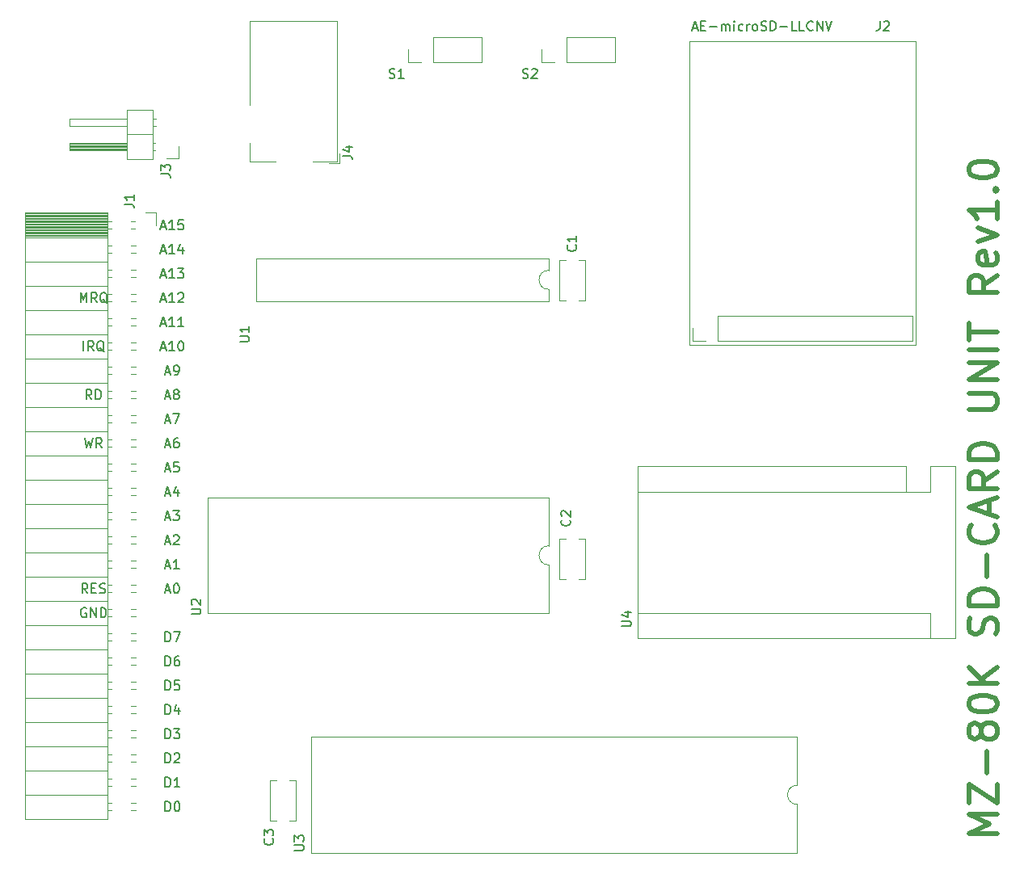
<source format=gto>
G04 #@! TF.GenerationSoftware,KiCad,Pcbnew,(5.1.9)-1*
G04 #@! TF.CreationDate,2021-11-30T05:33:16+09:00*
G04 #@! TF.ProjectId,MZ80k_SD,4d5a3830-6b5f-4534-942e-6b696361645f,rev?*
G04 #@! TF.SameCoordinates,PX53920b0PY93c3260*
G04 #@! TF.FileFunction,Legend,Top*
G04 #@! TF.FilePolarity,Positive*
%FSLAX46Y46*%
G04 Gerber Fmt 4.6, Leading zero omitted, Abs format (unit mm)*
G04 Created by KiCad (PCBNEW (5.1.9)-1) date 2021-11-30 05:33:16*
%MOMM*%
%LPD*%
G01*
G04 APERTURE LIST*
%ADD10C,0.150000*%
%ADD11C,0.500000*%
%ADD12C,0.120000*%
G04 APERTURE END LIST*
D10*
X1611428Y55157620D02*
X1849523Y54157620D01*
X2040000Y54871905D01*
X2230476Y54157620D01*
X2468571Y55157620D01*
X3420952Y54157620D02*
X3087619Y54633810D01*
X2849523Y54157620D02*
X2849523Y55157620D01*
X3230476Y55157620D01*
X3325714Y55110000D01*
X3373333Y55062381D01*
X3420952Y54967143D01*
X3420952Y54824286D01*
X3373333Y54729048D01*
X3325714Y54681429D01*
X3230476Y54633810D01*
X2849523Y54633810D01*
X2349523Y59237620D02*
X2016190Y59713810D01*
X1778095Y59237620D02*
X1778095Y60237620D01*
X2159047Y60237620D01*
X2254285Y60190000D01*
X2301904Y60142381D01*
X2349523Y60047143D01*
X2349523Y59904286D01*
X2301904Y59809048D01*
X2254285Y59761429D01*
X2159047Y59713810D01*
X1778095Y59713810D01*
X2778095Y59237620D02*
X2778095Y60237620D01*
X3016190Y60237620D01*
X3159047Y60190000D01*
X3254285Y60094762D01*
X3301904Y59999524D01*
X3349523Y59809048D01*
X3349523Y59666191D01*
X3301904Y59475715D01*
X3254285Y59380477D01*
X3159047Y59285239D01*
X3016190Y59237620D01*
X2778095Y59237620D01*
X1516190Y64317620D02*
X1516190Y65317620D01*
X2563809Y64317620D02*
X2230476Y64793810D01*
X1992380Y64317620D02*
X1992380Y65317620D01*
X2373333Y65317620D01*
X2468571Y65270000D01*
X2516190Y65222381D01*
X2563809Y65127143D01*
X2563809Y64984286D01*
X2516190Y64889048D01*
X2468571Y64841429D01*
X2373333Y64793810D01*
X1992380Y64793810D01*
X3659047Y64222381D02*
X3563809Y64270000D01*
X3468571Y64365239D01*
X3325714Y64508096D01*
X3230476Y64555715D01*
X3135238Y64555715D01*
X3182857Y64317620D02*
X3087619Y64365239D01*
X2992380Y64460477D01*
X2944761Y64650953D01*
X2944761Y64984286D01*
X2992380Y65174762D01*
X3087619Y65270000D01*
X3182857Y65317620D01*
X3373333Y65317620D01*
X3468571Y65270000D01*
X3563809Y65174762D01*
X3611428Y64984286D01*
X3611428Y64650953D01*
X3563809Y64460477D01*
X3468571Y64365239D01*
X3373333Y64317620D01*
X3182857Y64317620D01*
X1182857Y69397620D02*
X1182857Y70397620D01*
X1516190Y69683334D01*
X1849523Y70397620D01*
X1849523Y69397620D01*
X2897142Y69397620D02*
X2563809Y69873810D01*
X2325714Y69397620D02*
X2325714Y70397620D01*
X2706666Y70397620D01*
X2801904Y70350000D01*
X2849523Y70302381D01*
X2897142Y70207143D01*
X2897142Y70064286D01*
X2849523Y69969048D01*
X2801904Y69921429D01*
X2706666Y69873810D01*
X2325714Y69873810D01*
X3992380Y69302381D02*
X3897142Y69350000D01*
X3801904Y69445239D01*
X3659047Y69588096D01*
X3563809Y69635715D01*
X3468571Y69635715D01*
X3516190Y69397620D02*
X3420952Y69445239D01*
X3325714Y69540477D01*
X3278095Y69730953D01*
X3278095Y70064286D01*
X3325714Y70254762D01*
X3420952Y70350000D01*
X3516190Y70397620D01*
X3706666Y70397620D01*
X3801904Y70350000D01*
X3897142Y70254762D01*
X3944761Y70064286D01*
X3944761Y69730953D01*
X3897142Y69540477D01*
X3801904Y69445239D01*
X3706666Y69397620D01*
X3516190Y69397620D01*
X1920952Y38917620D02*
X1587619Y39393810D01*
X1349523Y38917620D02*
X1349523Y39917620D01*
X1730476Y39917620D01*
X1825714Y39870000D01*
X1873333Y39822381D01*
X1920952Y39727143D01*
X1920952Y39584286D01*
X1873333Y39489048D01*
X1825714Y39441429D01*
X1730476Y39393810D01*
X1349523Y39393810D01*
X2349523Y39441429D02*
X2682857Y39441429D01*
X2825714Y38917620D02*
X2349523Y38917620D01*
X2349523Y39917620D01*
X2825714Y39917620D01*
X3206666Y38965239D02*
X3349523Y38917620D01*
X3587619Y38917620D01*
X3682857Y38965239D01*
X3730476Y39012858D01*
X3778095Y39108096D01*
X3778095Y39203334D01*
X3730476Y39298572D01*
X3682857Y39346191D01*
X3587619Y39393810D01*
X3397142Y39441429D01*
X3301904Y39489048D01*
X3254285Y39536667D01*
X3206666Y39631905D01*
X3206666Y39727143D01*
X3254285Y39822381D01*
X3301904Y39870000D01*
X3397142Y39917620D01*
X3635238Y39917620D01*
X3778095Y39870000D01*
X1778095Y37330000D02*
X1682857Y37377620D01*
X1540000Y37377620D01*
X1397142Y37330000D01*
X1301904Y37234762D01*
X1254285Y37139524D01*
X1206666Y36949048D01*
X1206666Y36806191D01*
X1254285Y36615715D01*
X1301904Y36520477D01*
X1397142Y36425239D01*
X1540000Y36377620D01*
X1635238Y36377620D01*
X1778095Y36425239D01*
X1825714Y36472858D01*
X1825714Y36806191D01*
X1635238Y36806191D01*
X2254285Y36377620D02*
X2254285Y37377620D01*
X2825714Y36377620D01*
X2825714Y37377620D01*
X3301904Y36377620D02*
X3301904Y37377620D01*
X3540000Y37377620D01*
X3682857Y37330000D01*
X3778095Y37234762D01*
X3825714Y37139524D01*
X3873333Y36949048D01*
X3873333Y36806191D01*
X3825714Y36615715D01*
X3778095Y36520477D01*
X3682857Y36425239D01*
X3540000Y36377620D01*
X3301904Y36377620D01*
X10056904Y16057620D02*
X10056904Y17057620D01*
X10295000Y17057620D01*
X10437857Y17010000D01*
X10533095Y16914762D01*
X10580714Y16819524D01*
X10628333Y16629048D01*
X10628333Y16486191D01*
X10580714Y16295715D01*
X10533095Y16200477D01*
X10437857Y16105239D01*
X10295000Y16057620D01*
X10056904Y16057620D01*
X11247380Y17057620D02*
X11342619Y17057620D01*
X11437857Y17010000D01*
X11485476Y16962381D01*
X11533095Y16867143D01*
X11580714Y16676667D01*
X11580714Y16438572D01*
X11533095Y16248096D01*
X11485476Y16152858D01*
X11437857Y16105239D01*
X11342619Y16057620D01*
X11247380Y16057620D01*
X11152142Y16105239D01*
X11104523Y16152858D01*
X11056904Y16248096D01*
X11009285Y16438572D01*
X11009285Y16676667D01*
X11056904Y16867143D01*
X11104523Y16962381D01*
X11152142Y17010000D01*
X11247380Y17057620D01*
X10056904Y18597620D02*
X10056904Y19597620D01*
X10295000Y19597620D01*
X10437857Y19550000D01*
X10533095Y19454762D01*
X10580714Y19359524D01*
X10628333Y19169048D01*
X10628333Y19026191D01*
X10580714Y18835715D01*
X10533095Y18740477D01*
X10437857Y18645239D01*
X10295000Y18597620D01*
X10056904Y18597620D01*
X11580714Y18597620D02*
X11009285Y18597620D01*
X11295000Y18597620D02*
X11295000Y19597620D01*
X11199761Y19454762D01*
X11104523Y19359524D01*
X11009285Y19311905D01*
X10056904Y21137620D02*
X10056904Y22137620D01*
X10295000Y22137620D01*
X10437857Y22090000D01*
X10533095Y21994762D01*
X10580714Y21899524D01*
X10628333Y21709048D01*
X10628333Y21566191D01*
X10580714Y21375715D01*
X10533095Y21280477D01*
X10437857Y21185239D01*
X10295000Y21137620D01*
X10056904Y21137620D01*
X11009285Y22042381D02*
X11056904Y22090000D01*
X11152142Y22137620D01*
X11390238Y22137620D01*
X11485476Y22090000D01*
X11533095Y22042381D01*
X11580714Y21947143D01*
X11580714Y21851905D01*
X11533095Y21709048D01*
X10961666Y21137620D01*
X11580714Y21137620D01*
X10056904Y23677620D02*
X10056904Y24677620D01*
X10295000Y24677620D01*
X10437857Y24630000D01*
X10533095Y24534762D01*
X10580714Y24439524D01*
X10628333Y24249048D01*
X10628333Y24106191D01*
X10580714Y23915715D01*
X10533095Y23820477D01*
X10437857Y23725239D01*
X10295000Y23677620D01*
X10056904Y23677620D01*
X10961666Y24677620D02*
X11580714Y24677620D01*
X11247380Y24296667D01*
X11390238Y24296667D01*
X11485476Y24249048D01*
X11533095Y24201429D01*
X11580714Y24106191D01*
X11580714Y23868096D01*
X11533095Y23772858D01*
X11485476Y23725239D01*
X11390238Y23677620D01*
X11104523Y23677620D01*
X11009285Y23725239D01*
X10961666Y23772858D01*
X10056904Y26217620D02*
X10056904Y27217620D01*
X10295000Y27217620D01*
X10437857Y27170000D01*
X10533095Y27074762D01*
X10580714Y26979524D01*
X10628333Y26789048D01*
X10628333Y26646191D01*
X10580714Y26455715D01*
X10533095Y26360477D01*
X10437857Y26265239D01*
X10295000Y26217620D01*
X10056904Y26217620D01*
X11485476Y26884286D02*
X11485476Y26217620D01*
X11247380Y27265239D02*
X11009285Y26550953D01*
X11628333Y26550953D01*
X10056904Y28757620D02*
X10056904Y29757620D01*
X10295000Y29757620D01*
X10437857Y29710000D01*
X10533095Y29614762D01*
X10580714Y29519524D01*
X10628333Y29329048D01*
X10628333Y29186191D01*
X10580714Y28995715D01*
X10533095Y28900477D01*
X10437857Y28805239D01*
X10295000Y28757620D01*
X10056904Y28757620D01*
X11533095Y29757620D02*
X11056904Y29757620D01*
X11009285Y29281429D01*
X11056904Y29329048D01*
X11152142Y29376667D01*
X11390238Y29376667D01*
X11485476Y29329048D01*
X11533095Y29281429D01*
X11580714Y29186191D01*
X11580714Y28948096D01*
X11533095Y28852858D01*
X11485476Y28805239D01*
X11390238Y28757620D01*
X11152142Y28757620D01*
X11056904Y28805239D01*
X11009285Y28852858D01*
X10056904Y31297620D02*
X10056904Y32297620D01*
X10295000Y32297620D01*
X10437857Y32250000D01*
X10533095Y32154762D01*
X10580714Y32059524D01*
X10628333Y31869048D01*
X10628333Y31726191D01*
X10580714Y31535715D01*
X10533095Y31440477D01*
X10437857Y31345239D01*
X10295000Y31297620D01*
X10056904Y31297620D01*
X11485476Y32297620D02*
X11295000Y32297620D01*
X11199761Y32250000D01*
X11152142Y32202381D01*
X11056904Y32059524D01*
X11009285Y31869048D01*
X11009285Y31488096D01*
X11056904Y31392858D01*
X11104523Y31345239D01*
X11199761Y31297620D01*
X11390238Y31297620D01*
X11485476Y31345239D01*
X11533095Y31392858D01*
X11580714Y31488096D01*
X11580714Y31726191D01*
X11533095Y31821429D01*
X11485476Y31869048D01*
X11390238Y31916667D01*
X11199761Y31916667D01*
X11104523Y31869048D01*
X11056904Y31821429D01*
X11009285Y31726191D01*
X10056904Y33837620D02*
X10056904Y34837620D01*
X10295000Y34837620D01*
X10437857Y34790000D01*
X10533095Y34694762D01*
X10580714Y34599524D01*
X10628333Y34409048D01*
X10628333Y34266191D01*
X10580714Y34075715D01*
X10533095Y33980477D01*
X10437857Y33885239D01*
X10295000Y33837620D01*
X10056904Y33837620D01*
X10961666Y34837620D02*
X11628333Y34837620D01*
X11199761Y33837620D01*
X10080714Y39203334D02*
X10556904Y39203334D01*
X9985476Y38917620D02*
X10318809Y39917620D01*
X10652142Y38917620D01*
X11175952Y39917620D02*
X11271190Y39917620D01*
X11366428Y39870000D01*
X11414047Y39822381D01*
X11461666Y39727143D01*
X11509285Y39536667D01*
X11509285Y39298572D01*
X11461666Y39108096D01*
X11414047Y39012858D01*
X11366428Y38965239D01*
X11271190Y38917620D01*
X11175952Y38917620D01*
X11080714Y38965239D01*
X11033095Y39012858D01*
X10985476Y39108096D01*
X10937857Y39298572D01*
X10937857Y39536667D01*
X10985476Y39727143D01*
X11033095Y39822381D01*
X11080714Y39870000D01*
X11175952Y39917620D01*
X10080714Y41743334D02*
X10556904Y41743334D01*
X9985476Y41457620D02*
X10318809Y42457620D01*
X10652142Y41457620D01*
X11509285Y41457620D02*
X10937857Y41457620D01*
X11223571Y41457620D02*
X11223571Y42457620D01*
X11128333Y42314762D01*
X11033095Y42219524D01*
X10937857Y42171905D01*
X10080714Y44283334D02*
X10556904Y44283334D01*
X9985476Y43997620D02*
X10318809Y44997620D01*
X10652142Y43997620D01*
X10937857Y44902381D02*
X10985476Y44950000D01*
X11080714Y44997620D01*
X11318809Y44997620D01*
X11414047Y44950000D01*
X11461666Y44902381D01*
X11509285Y44807143D01*
X11509285Y44711905D01*
X11461666Y44569048D01*
X10890238Y43997620D01*
X11509285Y43997620D01*
X10080714Y46823334D02*
X10556904Y46823334D01*
X9985476Y46537620D02*
X10318809Y47537620D01*
X10652142Y46537620D01*
X10890238Y47537620D02*
X11509285Y47537620D01*
X11175952Y47156667D01*
X11318809Y47156667D01*
X11414047Y47109048D01*
X11461666Y47061429D01*
X11509285Y46966191D01*
X11509285Y46728096D01*
X11461666Y46632858D01*
X11414047Y46585239D01*
X11318809Y46537620D01*
X11033095Y46537620D01*
X10937857Y46585239D01*
X10890238Y46632858D01*
X10080714Y49363334D02*
X10556904Y49363334D01*
X9985476Y49077620D02*
X10318809Y50077620D01*
X10652142Y49077620D01*
X11414047Y49744286D02*
X11414047Y49077620D01*
X11175952Y50125239D02*
X10937857Y49410953D01*
X11556904Y49410953D01*
X10080714Y51903334D02*
X10556904Y51903334D01*
X9985476Y51617620D02*
X10318809Y52617620D01*
X10652142Y51617620D01*
X11461666Y52617620D02*
X10985476Y52617620D01*
X10937857Y52141429D01*
X10985476Y52189048D01*
X11080714Y52236667D01*
X11318809Y52236667D01*
X11414047Y52189048D01*
X11461666Y52141429D01*
X11509285Y52046191D01*
X11509285Y51808096D01*
X11461666Y51712858D01*
X11414047Y51665239D01*
X11318809Y51617620D01*
X11080714Y51617620D01*
X10985476Y51665239D01*
X10937857Y51712858D01*
X10080714Y54443334D02*
X10556904Y54443334D01*
X9985476Y54157620D02*
X10318809Y55157620D01*
X10652142Y54157620D01*
X11414047Y55157620D02*
X11223571Y55157620D01*
X11128333Y55110000D01*
X11080714Y55062381D01*
X10985476Y54919524D01*
X10937857Y54729048D01*
X10937857Y54348096D01*
X10985476Y54252858D01*
X11033095Y54205239D01*
X11128333Y54157620D01*
X11318809Y54157620D01*
X11414047Y54205239D01*
X11461666Y54252858D01*
X11509285Y54348096D01*
X11509285Y54586191D01*
X11461666Y54681429D01*
X11414047Y54729048D01*
X11318809Y54776667D01*
X11128333Y54776667D01*
X11033095Y54729048D01*
X10985476Y54681429D01*
X10937857Y54586191D01*
X10080714Y56983334D02*
X10556904Y56983334D01*
X9985476Y56697620D02*
X10318809Y57697620D01*
X10652142Y56697620D01*
X10890238Y57697620D02*
X11556904Y57697620D01*
X11128333Y56697620D01*
X10080714Y59523334D02*
X10556904Y59523334D01*
X9985476Y59237620D02*
X10318809Y60237620D01*
X10652142Y59237620D01*
X11128333Y59809048D02*
X11033095Y59856667D01*
X10985476Y59904286D01*
X10937857Y59999524D01*
X10937857Y60047143D01*
X10985476Y60142381D01*
X11033095Y60190000D01*
X11128333Y60237620D01*
X11318809Y60237620D01*
X11414047Y60190000D01*
X11461666Y60142381D01*
X11509285Y60047143D01*
X11509285Y59999524D01*
X11461666Y59904286D01*
X11414047Y59856667D01*
X11318809Y59809048D01*
X11128333Y59809048D01*
X11033095Y59761429D01*
X10985476Y59713810D01*
X10937857Y59618572D01*
X10937857Y59428096D01*
X10985476Y59332858D01*
X11033095Y59285239D01*
X11128333Y59237620D01*
X11318809Y59237620D01*
X11414047Y59285239D01*
X11461666Y59332858D01*
X11509285Y59428096D01*
X11509285Y59618572D01*
X11461666Y59713810D01*
X11414047Y59761429D01*
X11318809Y59809048D01*
X10080714Y62063334D02*
X10556904Y62063334D01*
X9985476Y61777620D02*
X10318809Y62777620D01*
X10652142Y61777620D01*
X11033095Y61777620D02*
X11223571Y61777620D01*
X11318809Y61825239D01*
X11366428Y61872858D01*
X11461666Y62015715D01*
X11509285Y62206191D01*
X11509285Y62587143D01*
X11461666Y62682381D01*
X11414047Y62730000D01*
X11318809Y62777620D01*
X11128333Y62777620D01*
X11033095Y62730000D01*
X10985476Y62682381D01*
X10937857Y62587143D01*
X10937857Y62349048D01*
X10985476Y62253810D01*
X11033095Y62206191D01*
X11128333Y62158572D01*
X11318809Y62158572D01*
X11414047Y62206191D01*
X11461666Y62253810D01*
X11509285Y62349048D01*
X9604523Y64603334D02*
X10080714Y64603334D01*
X9509285Y64317620D02*
X9842619Y65317620D01*
X10175952Y64317620D01*
X11033095Y64317620D02*
X10461666Y64317620D01*
X10747380Y64317620D02*
X10747380Y65317620D01*
X10652142Y65174762D01*
X10556904Y65079524D01*
X10461666Y65031905D01*
X11652142Y65317620D02*
X11747380Y65317620D01*
X11842619Y65270000D01*
X11890238Y65222381D01*
X11937857Y65127143D01*
X11985476Y64936667D01*
X11985476Y64698572D01*
X11937857Y64508096D01*
X11890238Y64412858D01*
X11842619Y64365239D01*
X11747380Y64317620D01*
X11652142Y64317620D01*
X11556904Y64365239D01*
X11509285Y64412858D01*
X11461666Y64508096D01*
X11414047Y64698572D01*
X11414047Y64936667D01*
X11461666Y65127143D01*
X11509285Y65222381D01*
X11556904Y65270000D01*
X11652142Y65317620D01*
X9604523Y67143334D02*
X10080714Y67143334D01*
X9509285Y66857620D02*
X9842619Y67857620D01*
X10175952Y66857620D01*
X11033095Y66857620D02*
X10461666Y66857620D01*
X10747380Y66857620D02*
X10747380Y67857620D01*
X10652142Y67714762D01*
X10556904Y67619524D01*
X10461666Y67571905D01*
X11985476Y66857620D02*
X11414047Y66857620D01*
X11699761Y66857620D02*
X11699761Y67857620D01*
X11604523Y67714762D01*
X11509285Y67619524D01*
X11414047Y67571905D01*
X9604523Y69683334D02*
X10080714Y69683334D01*
X9509285Y69397620D02*
X9842619Y70397620D01*
X10175952Y69397620D01*
X11033095Y69397620D02*
X10461666Y69397620D01*
X10747380Y69397620D02*
X10747380Y70397620D01*
X10652142Y70254762D01*
X10556904Y70159524D01*
X10461666Y70111905D01*
X11414047Y70302381D02*
X11461666Y70350000D01*
X11556904Y70397620D01*
X11795000Y70397620D01*
X11890238Y70350000D01*
X11937857Y70302381D01*
X11985476Y70207143D01*
X11985476Y70111905D01*
X11937857Y69969048D01*
X11366428Y69397620D01*
X11985476Y69397620D01*
X9604523Y72223334D02*
X10080714Y72223334D01*
X9509285Y71937620D02*
X9842619Y72937620D01*
X10175952Y71937620D01*
X11033095Y71937620D02*
X10461666Y71937620D01*
X10747380Y71937620D02*
X10747380Y72937620D01*
X10652142Y72794762D01*
X10556904Y72699524D01*
X10461666Y72651905D01*
X11366428Y72937620D02*
X11985476Y72937620D01*
X11652142Y72556667D01*
X11795000Y72556667D01*
X11890238Y72509048D01*
X11937857Y72461429D01*
X11985476Y72366191D01*
X11985476Y72128096D01*
X11937857Y72032858D01*
X11890238Y71985239D01*
X11795000Y71937620D01*
X11509285Y71937620D01*
X11414047Y71985239D01*
X11366428Y72032858D01*
X9604523Y74763334D02*
X10080714Y74763334D01*
X9509285Y74477620D02*
X9842619Y75477620D01*
X10175952Y74477620D01*
X11033095Y74477620D02*
X10461666Y74477620D01*
X10747380Y74477620D02*
X10747380Y75477620D01*
X10652142Y75334762D01*
X10556904Y75239524D01*
X10461666Y75191905D01*
X11890238Y75144286D02*
X11890238Y74477620D01*
X11652142Y75525239D02*
X11414047Y74810953D01*
X12033095Y74810953D01*
X9604523Y77303334D02*
X10080714Y77303334D01*
X9509285Y77017620D02*
X9842619Y78017620D01*
X10175952Y77017620D01*
X11033095Y77017620D02*
X10461666Y77017620D01*
X10747380Y77017620D02*
X10747380Y78017620D01*
X10652142Y77874762D01*
X10556904Y77779524D01*
X10461666Y77731905D01*
X11937857Y78017620D02*
X11461666Y78017620D01*
X11414047Y77541429D01*
X11461666Y77589048D01*
X11556904Y77636667D01*
X11795000Y77636667D01*
X11890238Y77589048D01*
X11937857Y77541429D01*
X11985476Y77446191D01*
X11985476Y77208096D01*
X11937857Y77112858D01*
X11890238Y77065239D01*
X11795000Y77017620D01*
X11556904Y77017620D01*
X11461666Y77065239D01*
X11414047Y77112858D01*
D11*
X97242142Y13752143D02*
X94242142Y13752143D01*
X96385000Y14752143D01*
X94242142Y15752143D01*
X97242142Y15752143D01*
X94242142Y16895000D02*
X94242142Y18895000D01*
X97242142Y16895000D01*
X97242142Y18895000D01*
X96099285Y20037858D02*
X96099285Y22323572D01*
X95527857Y24180715D02*
X95385000Y23895000D01*
X95242142Y23752143D01*
X94956428Y23609286D01*
X94813571Y23609286D01*
X94527857Y23752143D01*
X94385000Y23895000D01*
X94242142Y24180715D01*
X94242142Y24752143D01*
X94385000Y25037858D01*
X94527857Y25180715D01*
X94813571Y25323572D01*
X94956428Y25323572D01*
X95242142Y25180715D01*
X95385000Y25037858D01*
X95527857Y24752143D01*
X95527857Y24180715D01*
X95670714Y23895000D01*
X95813571Y23752143D01*
X96099285Y23609286D01*
X96670714Y23609286D01*
X96956428Y23752143D01*
X97099285Y23895000D01*
X97242142Y24180715D01*
X97242142Y24752143D01*
X97099285Y25037858D01*
X96956428Y25180715D01*
X96670714Y25323572D01*
X96099285Y25323572D01*
X95813571Y25180715D01*
X95670714Y25037858D01*
X95527857Y24752143D01*
X94242142Y27180715D02*
X94242142Y27466429D01*
X94385000Y27752143D01*
X94527857Y27895000D01*
X94813571Y28037858D01*
X95385000Y28180715D01*
X96099285Y28180715D01*
X96670714Y28037858D01*
X96956428Y27895000D01*
X97099285Y27752143D01*
X97242142Y27466429D01*
X97242142Y27180715D01*
X97099285Y26895000D01*
X96956428Y26752143D01*
X96670714Y26609286D01*
X96099285Y26466429D01*
X95385000Y26466429D01*
X94813571Y26609286D01*
X94527857Y26752143D01*
X94385000Y26895000D01*
X94242142Y27180715D01*
X97242142Y29466429D02*
X94242142Y29466429D01*
X97242142Y31180715D02*
X95527857Y29895000D01*
X94242142Y31180715D02*
X95956428Y29466429D01*
X97099285Y34609286D02*
X97242142Y35037858D01*
X97242142Y35752143D01*
X97099285Y36037858D01*
X96956428Y36180715D01*
X96670714Y36323572D01*
X96385000Y36323572D01*
X96099285Y36180715D01*
X95956428Y36037858D01*
X95813571Y35752143D01*
X95670714Y35180715D01*
X95527857Y34895000D01*
X95385000Y34752143D01*
X95099285Y34609286D01*
X94813571Y34609286D01*
X94527857Y34752143D01*
X94385000Y34895000D01*
X94242142Y35180715D01*
X94242142Y35895000D01*
X94385000Y36323572D01*
X97242142Y37609286D02*
X94242142Y37609286D01*
X94242142Y38323572D01*
X94385000Y38752143D01*
X94670714Y39037858D01*
X94956428Y39180715D01*
X95527857Y39323572D01*
X95956428Y39323572D01*
X96527857Y39180715D01*
X96813571Y39037858D01*
X97099285Y38752143D01*
X97242142Y38323572D01*
X97242142Y37609286D01*
X96099285Y40609286D02*
X96099285Y42895000D01*
X96956428Y46037858D02*
X97099285Y45895000D01*
X97242142Y45466429D01*
X97242142Y45180715D01*
X97099285Y44752143D01*
X96813571Y44466429D01*
X96527857Y44323572D01*
X95956428Y44180715D01*
X95527857Y44180715D01*
X94956428Y44323572D01*
X94670714Y44466429D01*
X94385000Y44752143D01*
X94242142Y45180715D01*
X94242142Y45466429D01*
X94385000Y45895000D01*
X94527857Y46037858D01*
X96385000Y47180715D02*
X96385000Y48609286D01*
X97242142Y46895000D02*
X94242142Y47895000D01*
X97242142Y48895000D01*
X97242142Y51609286D02*
X95813571Y50609286D01*
X97242142Y49895000D02*
X94242142Y49895000D01*
X94242142Y51037858D01*
X94385000Y51323572D01*
X94527857Y51466429D01*
X94813571Y51609286D01*
X95242142Y51609286D01*
X95527857Y51466429D01*
X95670714Y51323572D01*
X95813571Y51037858D01*
X95813571Y49895000D01*
X97242142Y52895000D02*
X94242142Y52895000D01*
X94242142Y53609286D01*
X94385000Y54037858D01*
X94670714Y54323572D01*
X94956428Y54466429D01*
X95527857Y54609286D01*
X95956428Y54609286D01*
X96527857Y54466429D01*
X96813571Y54323572D01*
X97099285Y54037858D01*
X97242142Y53609286D01*
X97242142Y52895000D01*
X94242142Y58180715D02*
X96670714Y58180715D01*
X96956428Y58323572D01*
X97099285Y58466429D01*
X97242142Y58752143D01*
X97242142Y59323572D01*
X97099285Y59609286D01*
X96956428Y59752143D01*
X96670714Y59895000D01*
X94242142Y59895000D01*
X97242142Y61323572D02*
X94242142Y61323572D01*
X97242142Y63037858D01*
X94242142Y63037858D01*
X97242142Y64466429D02*
X94242142Y64466429D01*
X94242142Y65466429D02*
X94242142Y67180715D01*
X97242142Y66323572D02*
X94242142Y66323572D01*
X97242142Y72180715D02*
X95813571Y71180715D01*
X97242142Y70466429D02*
X94242142Y70466429D01*
X94242142Y71609286D01*
X94385000Y71895000D01*
X94527857Y72037858D01*
X94813571Y72180715D01*
X95242142Y72180715D01*
X95527857Y72037858D01*
X95670714Y71895000D01*
X95813571Y71609286D01*
X95813571Y70466429D01*
X97099285Y74609286D02*
X97242142Y74323572D01*
X97242142Y73752143D01*
X97099285Y73466429D01*
X96813571Y73323572D01*
X95670714Y73323572D01*
X95385000Y73466429D01*
X95242142Y73752143D01*
X95242142Y74323572D01*
X95385000Y74609286D01*
X95670714Y74752143D01*
X95956428Y74752143D01*
X96242142Y73323572D01*
X95242142Y75752143D02*
X97242142Y76466429D01*
X95242142Y77180715D01*
X97242142Y79895000D02*
X97242142Y78180715D01*
X97242142Y79037858D02*
X94242142Y79037858D01*
X94670714Y78752143D01*
X94956428Y78466429D01*
X95099285Y78180715D01*
X96956428Y81180715D02*
X97099285Y81323572D01*
X97242142Y81180715D01*
X97099285Y81037858D01*
X96956428Y81180715D01*
X97242142Y81180715D01*
X94242142Y83180715D02*
X94242142Y83466429D01*
X94385000Y83752143D01*
X94527857Y83895000D01*
X94813571Y84037858D01*
X95385000Y84180715D01*
X96099285Y84180715D01*
X96670714Y84037858D01*
X96956428Y83895000D01*
X97099285Y83752143D01*
X97242142Y83466429D01*
X97242142Y83180715D01*
X97099285Y82895000D01*
X96956428Y82752143D01*
X96670714Y82609286D01*
X96099285Y82466429D01*
X95385000Y82466429D01*
X94813571Y82609286D01*
X94527857Y82752143D01*
X94385000Y82895000D01*
X94242142Y83180715D01*
D12*
X8720000Y84395000D02*
X8720000Y89595000D01*
X8720000Y89595000D02*
X6060000Y89595000D01*
X6060000Y89595000D02*
X6060000Y84395000D01*
X6060000Y84395000D02*
X8720000Y84395000D01*
X6060000Y85345000D02*
X60000Y85345000D01*
X60000Y85345000D02*
X60000Y86105000D01*
X60000Y86105000D02*
X6060000Y86105000D01*
X6060000Y85405000D02*
X60000Y85405000D01*
X6060000Y85525000D02*
X60000Y85525000D01*
X6060000Y85645000D02*
X60000Y85645000D01*
X6060000Y85765000D02*
X60000Y85765000D01*
X6060000Y85885000D02*
X60000Y85885000D01*
X6060000Y86005000D02*
X60000Y86005000D01*
X9050000Y85345000D02*
X8720000Y85345000D01*
X9050000Y86105000D02*
X8720000Y86105000D01*
X8720000Y86995000D02*
X6060000Y86995000D01*
X6060000Y87885000D02*
X60000Y87885000D01*
X60000Y87885000D02*
X60000Y88645000D01*
X60000Y88645000D02*
X6060000Y88645000D01*
X9117071Y87885000D02*
X8720000Y87885000D01*
X9117071Y88645000D02*
X8720000Y88645000D01*
X11430000Y85725000D02*
X11430000Y84455000D01*
X11430000Y84455000D02*
X10160000Y84455000D01*
X88325000Y65345000D02*
X88325000Y68005000D01*
X67945000Y65345000D02*
X88325000Y65345000D01*
X67945000Y68005000D02*
X88325000Y68005000D01*
X67945000Y65345000D02*
X67945000Y68005000D01*
X66675000Y65345000D02*
X65345000Y65345000D01*
X65345000Y65345000D02*
X65345000Y66675000D01*
X88695000Y64975000D02*
X88695000Y96775000D01*
X88695000Y96775000D02*
X64995000Y96775000D01*
X64995000Y96775000D02*
X64995000Y64975000D01*
X64995000Y64975000D02*
X88695000Y64975000D01*
X87630000Y49530000D02*
X90170000Y49530000D01*
X90170000Y49530000D02*
X90170000Y52197000D01*
X87630000Y52197000D02*
X59563000Y52197000D01*
X92837000Y52197000D02*
X90170000Y52197000D01*
X90170000Y36830000D02*
X90170000Y34160000D01*
X90170000Y36830000D02*
X59563000Y36830000D01*
X59563000Y52197000D02*
X59563000Y34160000D01*
X87630000Y49530000D02*
X87630000Y52197000D01*
X87630000Y49530000D02*
X59563000Y49530000D01*
X59563000Y34163000D02*
X92837000Y34163000D01*
X92837000Y34163000D02*
X92837000Y52197000D01*
X23060000Y19315000D02*
X23765000Y19315000D01*
X21025000Y19315000D02*
X21730000Y19315000D01*
X23060000Y15075000D02*
X23765000Y15075000D01*
X21025000Y15075000D02*
X21730000Y15075000D01*
X23765000Y15075000D02*
X23765000Y19315000D01*
X21025000Y15075000D02*
X21025000Y19315000D01*
X50225000Y36820000D02*
X50225000Y41880000D01*
X14545000Y36820000D02*
X50225000Y36820000D01*
X14545000Y48940000D02*
X14545000Y36820000D01*
X50225000Y48940000D02*
X14545000Y48940000D01*
X50225000Y43880000D02*
X50225000Y48940000D01*
X50225000Y41880000D02*
G75*
G02*
X50225000Y43880000I0J1000000D01*
G01*
X27245000Y83990000D02*
X28295000Y83990000D01*
X28295000Y85040000D02*
X28295000Y83990000D01*
X18895000Y90090000D02*
X18895000Y98890000D01*
X18895000Y98890000D02*
X28095000Y98890000D01*
X21595000Y84190000D02*
X18895000Y84190000D01*
X18895000Y84190000D02*
X18895000Y86090000D01*
X28095000Y98890000D02*
X28095000Y84190000D01*
X28095000Y84190000D02*
X25495000Y84190000D01*
X51335000Y69615000D02*
X51335000Y73855000D01*
X54075000Y69615000D02*
X54075000Y73855000D01*
X51335000Y69615000D02*
X52040000Y69615000D01*
X53370000Y69615000D02*
X54075000Y69615000D01*
X51335000Y73855000D02*
X52040000Y73855000D01*
X53370000Y73855000D02*
X54075000Y73855000D01*
X-4630000Y78710000D02*
X4000000Y78710000D01*
X-4630000Y78591905D02*
X4000000Y78591905D01*
X-4630000Y78473810D02*
X4000000Y78473810D01*
X-4630000Y78355715D02*
X4000000Y78355715D01*
X-4630000Y78237620D02*
X4000000Y78237620D01*
X-4630000Y78119525D02*
X4000000Y78119525D01*
X-4630000Y78001430D02*
X4000000Y78001430D01*
X-4630000Y77883335D02*
X4000000Y77883335D01*
X-4630000Y77765240D02*
X4000000Y77765240D01*
X-4630000Y77647145D02*
X4000000Y77647145D01*
X-4630000Y77529050D02*
X4000000Y77529050D01*
X-4630000Y77410955D02*
X4000000Y77410955D01*
X-4630000Y77292860D02*
X4000000Y77292860D01*
X-4630000Y77174765D02*
X4000000Y77174765D01*
X-4630000Y77056670D02*
X4000000Y77056670D01*
X-4630000Y76938575D02*
X4000000Y76938575D01*
X-4630000Y76820480D02*
X4000000Y76820480D01*
X-4630000Y76702385D02*
X4000000Y76702385D01*
X-4630000Y76584290D02*
X4000000Y76584290D01*
X-4630000Y76466195D02*
X4000000Y76466195D01*
X-4630000Y76348100D02*
X4000000Y76348100D01*
X4000000Y77860000D02*
X4410000Y77860000D01*
X6510000Y77860000D02*
X6890000Y77860000D01*
X4000000Y77140000D02*
X4410000Y77140000D01*
X6510000Y77140000D02*
X6890000Y77140000D01*
X4000000Y75320000D02*
X4410000Y75320000D01*
X6510000Y75320000D02*
X6950000Y75320000D01*
X4000000Y74600000D02*
X4410000Y74600000D01*
X6510000Y74600000D02*
X6950000Y74600000D01*
X4000000Y72780000D02*
X4410000Y72780000D01*
X6510000Y72780000D02*
X6950000Y72780000D01*
X4000000Y72060000D02*
X4410000Y72060000D01*
X6510000Y72060000D02*
X6950000Y72060000D01*
X4000000Y70240000D02*
X4410000Y70240000D01*
X6510000Y70240000D02*
X6950000Y70240000D01*
X4000000Y69520000D02*
X4410000Y69520000D01*
X6510000Y69520000D02*
X6950000Y69520000D01*
X4000000Y67700000D02*
X4410000Y67700000D01*
X6510000Y67700000D02*
X6950000Y67700000D01*
X4000000Y66980000D02*
X4410000Y66980000D01*
X6510000Y66980000D02*
X6950000Y66980000D01*
X4000000Y65160000D02*
X4410000Y65160000D01*
X6510000Y65160000D02*
X6950000Y65160000D01*
X4000000Y64440000D02*
X4410000Y64440000D01*
X6510000Y64440000D02*
X6950000Y64440000D01*
X4000000Y62620000D02*
X4410000Y62620000D01*
X6510000Y62620000D02*
X6950000Y62620000D01*
X4000000Y61900000D02*
X4410000Y61900000D01*
X6510000Y61900000D02*
X6950000Y61900000D01*
X4000000Y60080000D02*
X4410000Y60080000D01*
X6510000Y60080000D02*
X6950000Y60080000D01*
X4000000Y59360000D02*
X4410000Y59360000D01*
X6510000Y59360000D02*
X6950000Y59360000D01*
X4000000Y57540000D02*
X4410000Y57540000D01*
X6510000Y57540000D02*
X6950000Y57540000D01*
X4000000Y56820000D02*
X4410000Y56820000D01*
X6510000Y56820000D02*
X6950000Y56820000D01*
X4000000Y55000000D02*
X4410000Y55000000D01*
X6510000Y55000000D02*
X6950000Y55000000D01*
X4000000Y54280000D02*
X4410000Y54280000D01*
X6510000Y54280000D02*
X6950000Y54280000D01*
X4000000Y52460000D02*
X4410000Y52460000D01*
X6510000Y52460000D02*
X6950000Y52460000D01*
X4000000Y51740000D02*
X4410000Y51740000D01*
X6510000Y51740000D02*
X6950000Y51740000D01*
X4000000Y49920000D02*
X4410000Y49920000D01*
X6510000Y49920000D02*
X6950000Y49920000D01*
X4000000Y49200000D02*
X4410000Y49200000D01*
X6510000Y49200000D02*
X6950000Y49200000D01*
X4000000Y47380000D02*
X4410000Y47380000D01*
X6510000Y47380000D02*
X6950000Y47380000D01*
X4000000Y46660000D02*
X4410000Y46660000D01*
X6510000Y46660000D02*
X6950000Y46660000D01*
X4000000Y44840000D02*
X4410000Y44840000D01*
X6510000Y44840000D02*
X6950000Y44840000D01*
X4000000Y44120000D02*
X4410000Y44120000D01*
X6510000Y44120000D02*
X6950000Y44120000D01*
X4000000Y42300000D02*
X4410000Y42300000D01*
X6510000Y42300000D02*
X6950000Y42300000D01*
X4000000Y41580000D02*
X4410000Y41580000D01*
X6510000Y41580000D02*
X6950000Y41580000D01*
X4000000Y39760000D02*
X4410000Y39760000D01*
X6510000Y39760000D02*
X6950000Y39760000D01*
X4000000Y39040000D02*
X4410000Y39040000D01*
X6510000Y39040000D02*
X6950000Y39040000D01*
X4000000Y37220000D02*
X4410000Y37220000D01*
X6510000Y37220000D02*
X6950000Y37220000D01*
X4000000Y36500000D02*
X4410000Y36500000D01*
X6510000Y36500000D02*
X6950000Y36500000D01*
X4000000Y34680000D02*
X4410000Y34680000D01*
X6510000Y34680000D02*
X6950000Y34680000D01*
X4000000Y33960000D02*
X4410000Y33960000D01*
X6510000Y33960000D02*
X6950000Y33960000D01*
X4000000Y32140000D02*
X4410000Y32140000D01*
X6510000Y32140000D02*
X6950000Y32140000D01*
X4000000Y31420000D02*
X4410000Y31420000D01*
X6510000Y31420000D02*
X6950000Y31420000D01*
X4000000Y29600000D02*
X4410000Y29600000D01*
X6510000Y29600000D02*
X6950000Y29600000D01*
X4000000Y28880000D02*
X4410000Y28880000D01*
X6510000Y28880000D02*
X6950000Y28880000D01*
X4000000Y27060000D02*
X4410000Y27060000D01*
X6510000Y27060000D02*
X6950000Y27060000D01*
X4000000Y26340000D02*
X4410000Y26340000D01*
X6510000Y26340000D02*
X6950000Y26340000D01*
X4000000Y24520000D02*
X4410000Y24520000D01*
X6510000Y24520000D02*
X6950000Y24520000D01*
X4000000Y23800000D02*
X4410000Y23800000D01*
X6510000Y23800000D02*
X6950000Y23800000D01*
X4000000Y21980000D02*
X4410000Y21980000D01*
X6510000Y21980000D02*
X6950000Y21980000D01*
X4000000Y21260000D02*
X4410000Y21260000D01*
X6510000Y21260000D02*
X6950000Y21260000D01*
X4000000Y19440000D02*
X4410000Y19440000D01*
X6510000Y19440000D02*
X6950000Y19440000D01*
X4000000Y18720000D02*
X4410000Y18720000D01*
X6510000Y18720000D02*
X6950000Y18720000D01*
X4000000Y16900000D02*
X4410000Y16900000D01*
X6510000Y16900000D02*
X6950000Y16900000D01*
X4000000Y16180000D02*
X4410000Y16180000D01*
X6510000Y16180000D02*
X6950000Y16180000D01*
X-4630000Y76230000D02*
X4000000Y76230000D01*
X-4630000Y73690000D02*
X4000000Y73690000D01*
X-4630000Y71150000D02*
X4000000Y71150000D01*
X-4630000Y68610000D02*
X4000000Y68610000D01*
X-4630000Y66070000D02*
X4000000Y66070000D01*
X-4630000Y63530000D02*
X4000000Y63530000D01*
X-4630000Y60990000D02*
X4000000Y60990000D01*
X-4630000Y58450000D02*
X4000000Y58450000D01*
X-4630000Y55910000D02*
X4000000Y55910000D01*
X-4630000Y53370000D02*
X4000000Y53370000D01*
X-4630000Y50830000D02*
X4000000Y50830000D01*
X-4630000Y48290000D02*
X4000000Y48290000D01*
X-4630000Y45750000D02*
X4000000Y45750000D01*
X-4630000Y43210000D02*
X4000000Y43210000D01*
X-4630000Y40670000D02*
X4000000Y40670000D01*
X-4630000Y38130000D02*
X4000000Y38130000D01*
X-4630000Y35590000D02*
X4000000Y35590000D01*
X-4630000Y33050000D02*
X4000000Y33050000D01*
X-4630000Y30510000D02*
X4000000Y30510000D01*
X-4630000Y27970000D02*
X4000000Y27970000D01*
X-4630000Y25430000D02*
X4000000Y25430000D01*
X-4630000Y22890000D02*
X4000000Y22890000D01*
X-4630000Y20350000D02*
X4000000Y20350000D01*
X-4630000Y17810000D02*
X4000000Y17810000D01*
X-4630000Y78830000D02*
X4000000Y78830000D01*
X4000000Y78830000D02*
X4000000Y15210000D01*
X-4630000Y15210000D02*
X4000000Y15210000D01*
X-4630000Y78830000D02*
X-4630000Y15210000D01*
X9110000Y78830000D02*
X9110000Y77500000D01*
X8000000Y78830000D02*
X9110000Y78830000D01*
X49470000Y94555000D02*
X49470000Y95885000D01*
X50800000Y94555000D02*
X49470000Y94555000D01*
X52070000Y94555000D02*
X52070000Y97215000D01*
X52070000Y97215000D02*
X57210000Y97215000D01*
X52070000Y94555000D02*
X57210000Y94555000D01*
X57210000Y94555000D02*
X57210000Y97215000D01*
X50225000Y69505000D02*
X50225000Y70755000D01*
X19625000Y69505000D02*
X50225000Y69505000D01*
X19625000Y74005000D02*
X19625000Y69505000D01*
X50225000Y74005000D02*
X19625000Y74005000D01*
X50225000Y72755000D02*
X50225000Y74005000D01*
X50225000Y70755000D02*
G75*
G02*
X50225000Y72755000I0J1000000D01*
G01*
X76260000Y11720000D02*
X76260000Y16780000D01*
X25340000Y11720000D02*
X76260000Y11720000D01*
X25340000Y23840000D02*
X25340000Y11720000D01*
X76260000Y23840000D02*
X25340000Y23840000D01*
X76260000Y18780000D02*
X76260000Y23840000D01*
X76260000Y16780000D02*
G75*
G02*
X76260000Y18780000I0J1000000D01*
G01*
X43240000Y94555000D02*
X43240000Y97215000D01*
X38100000Y94555000D02*
X43240000Y94555000D01*
X38100000Y97215000D02*
X43240000Y97215000D01*
X38100000Y94555000D02*
X38100000Y97215000D01*
X36830000Y94555000D02*
X35500000Y94555000D01*
X35500000Y94555000D02*
X35500000Y95885000D01*
X51335000Y40405000D02*
X51335000Y44645000D01*
X54075000Y40405000D02*
X54075000Y44645000D01*
X51335000Y40405000D02*
X52040000Y40405000D01*
X53370000Y40405000D02*
X54075000Y40405000D01*
X51335000Y44645000D02*
X52040000Y44645000D01*
X53370000Y44645000D02*
X54075000Y44645000D01*
D10*
X9612380Y82851667D02*
X10326666Y82851667D01*
X10469523Y82804048D01*
X10564761Y82708810D01*
X10612380Y82565953D01*
X10612380Y82470715D01*
X9612380Y83232620D02*
X9612380Y83851667D01*
X9993333Y83518334D01*
X9993333Y83661191D01*
X10040952Y83756429D01*
X10088571Y83804048D01*
X10183809Y83851667D01*
X10421904Y83851667D01*
X10517142Y83804048D01*
X10564761Y83756429D01*
X10612380Y83661191D01*
X10612380Y83375477D01*
X10564761Y83280239D01*
X10517142Y83232620D01*
X84921666Y98877620D02*
X84921666Y98163334D01*
X84874047Y98020477D01*
X84778809Y97925239D01*
X84635952Y97877620D01*
X84540714Y97877620D01*
X85350238Y98782381D02*
X85397857Y98830000D01*
X85493095Y98877620D01*
X85731190Y98877620D01*
X85826428Y98830000D01*
X85874047Y98782381D01*
X85921666Y98687143D01*
X85921666Y98591905D01*
X85874047Y98449048D01*
X85302619Y97877620D01*
X85921666Y97877620D01*
X65293095Y98163334D02*
X65769285Y98163334D01*
X65197857Y97877620D02*
X65531190Y98877620D01*
X65864523Y97877620D01*
X66197857Y98401429D02*
X66531190Y98401429D01*
X66674047Y97877620D02*
X66197857Y97877620D01*
X66197857Y98877620D01*
X66674047Y98877620D01*
X67102619Y98258572D02*
X67864523Y98258572D01*
X68340714Y97877620D02*
X68340714Y98544286D01*
X68340714Y98449048D02*
X68388333Y98496667D01*
X68483571Y98544286D01*
X68626428Y98544286D01*
X68721666Y98496667D01*
X68769285Y98401429D01*
X68769285Y97877620D01*
X68769285Y98401429D02*
X68816904Y98496667D01*
X68912142Y98544286D01*
X69055000Y98544286D01*
X69150238Y98496667D01*
X69197857Y98401429D01*
X69197857Y97877620D01*
X69674047Y97877620D02*
X69674047Y98544286D01*
X69674047Y98877620D02*
X69626428Y98830000D01*
X69674047Y98782381D01*
X69721666Y98830000D01*
X69674047Y98877620D01*
X69674047Y98782381D01*
X70578809Y97925239D02*
X70483571Y97877620D01*
X70293095Y97877620D01*
X70197857Y97925239D01*
X70150238Y97972858D01*
X70102619Y98068096D01*
X70102619Y98353810D01*
X70150238Y98449048D01*
X70197857Y98496667D01*
X70293095Y98544286D01*
X70483571Y98544286D01*
X70578809Y98496667D01*
X71007380Y97877620D02*
X71007380Y98544286D01*
X71007380Y98353810D02*
X71055000Y98449048D01*
X71102619Y98496667D01*
X71197857Y98544286D01*
X71293095Y98544286D01*
X71769285Y97877620D02*
X71674047Y97925239D01*
X71626428Y97972858D01*
X71578809Y98068096D01*
X71578809Y98353810D01*
X71626428Y98449048D01*
X71674047Y98496667D01*
X71769285Y98544286D01*
X71912142Y98544286D01*
X72007380Y98496667D01*
X72055000Y98449048D01*
X72102619Y98353810D01*
X72102619Y98068096D01*
X72055000Y97972858D01*
X72007380Y97925239D01*
X71912142Y97877620D01*
X71769285Y97877620D01*
X72483571Y97925239D02*
X72626428Y97877620D01*
X72864523Y97877620D01*
X72959761Y97925239D01*
X73007380Y97972858D01*
X73055000Y98068096D01*
X73055000Y98163334D01*
X73007380Y98258572D01*
X72959761Y98306191D01*
X72864523Y98353810D01*
X72674047Y98401429D01*
X72578809Y98449048D01*
X72531190Y98496667D01*
X72483571Y98591905D01*
X72483571Y98687143D01*
X72531190Y98782381D01*
X72578809Y98830000D01*
X72674047Y98877620D01*
X72912142Y98877620D01*
X73055000Y98830000D01*
X73483571Y97877620D02*
X73483571Y98877620D01*
X73721666Y98877620D01*
X73864523Y98830000D01*
X73959761Y98734762D01*
X74007380Y98639524D01*
X74055000Y98449048D01*
X74055000Y98306191D01*
X74007380Y98115715D01*
X73959761Y98020477D01*
X73864523Y97925239D01*
X73721666Y97877620D01*
X73483571Y97877620D01*
X74483571Y98258572D02*
X75245476Y98258572D01*
X76197857Y97877620D02*
X75721666Y97877620D01*
X75721666Y98877620D01*
X77007380Y97877620D02*
X76531190Y97877620D01*
X76531190Y98877620D01*
X77912142Y97972858D02*
X77864523Y97925239D01*
X77721666Y97877620D01*
X77626428Y97877620D01*
X77483571Y97925239D01*
X77388333Y98020477D01*
X77340714Y98115715D01*
X77293095Y98306191D01*
X77293095Y98449048D01*
X77340714Y98639524D01*
X77388333Y98734762D01*
X77483571Y98830000D01*
X77626428Y98877620D01*
X77721666Y98877620D01*
X77864523Y98830000D01*
X77912142Y98782381D01*
X78340714Y97877620D02*
X78340714Y98877620D01*
X78912142Y97877620D01*
X78912142Y98877620D01*
X79245476Y98877620D02*
X79578809Y97877620D01*
X79912142Y98877620D01*
X57872380Y35433096D02*
X58681904Y35433096D01*
X58777142Y35480715D01*
X58824761Y35528334D01*
X58872380Y35623572D01*
X58872380Y35814048D01*
X58824761Y35909286D01*
X58777142Y35956905D01*
X58681904Y36004524D01*
X57872380Y36004524D01*
X58205714Y36909286D02*
X58872380Y36909286D01*
X57824761Y36671191D02*
X58539047Y36433096D01*
X58539047Y37052143D01*
X21312142Y13168334D02*
X21359761Y13120715D01*
X21407380Y12977858D01*
X21407380Y12882620D01*
X21359761Y12739762D01*
X21264523Y12644524D01*
X21169285Y12596905D01*
X20978809Y12549286D01*
X20835952Y12549286D01*
X20645476Y12596905D01*
X20550238Y12644524D01*
X20455000Y12739762D01*
X20407380Y12882620D01*
X20407380Y12977858D01*
X20455000Y13120715D01*
X20502619Y13168334D01*
X20407380Y13501667D02*
X20407380Y14120715D01*
X20788333Y13787381D01*
X20788333Y13930239D01*
X20835952Y14025477D01*
X20883571Y14073096D01*
X20978809Y14120715D01*
X21216904Y14120715D01*
X21312142Y14073096D01*
X21359761Y14025477D01*
X21407380Y13930239D01*
X21407380Y13644524D01*
X21359761Y13549286D01*
X21312142Y13501667D01*
X12787380Y36703096D02*
X13596904Y36703096D01*
X13692142Y36750715D01*
X13739761Y36798334D01*
X13787380Y36893572D01*
X13787380Y37084048D01*
X13739761Y37179286D01*
X13692142Y37226905D01*
X13596904Y37274524D01*
X12787380Y37274524D01*
X12882619Y37703096D02*
X12835000Y37750715D01*
X12787380Y37845953D01*
X12787380Y38084048D01*
X12835000Y38179286D01*
X12882619Y38226905D01*
X12977857Y38274524D01*
X13073095Y38274524D01*
X13215952Y38226905D01*
X13787380Y37655477D01*
X13787380Y38274524D01*
X28662380Y84756667D02*
X29376666Y84756667D01*
X29519523Y84709048D01*
X29614761Y84613810D01*
X29662380Y84470953D01*
X29662380Y84375715D01*
X28995714Y85661429D02*
X29662380Y85661429D01*
X28614761Y85423334D02*
X29329047Y85185239D01*
X29329047Y85804286D01*
X53062142Y75398334D02*
X53109761Y75350715D01*
X53157380Y75207858D01*
X53157380Y75112620D01*
X53109761Y74969762D01*
X53014523Y74874524D01*
X52919285Y74826905D01*
X52728809Y74779286D01*
X52585952Y74779286D01*
X52395476Y74826905D01*
X52300238Y74874524D01*
X52205000Y74969762D01*
X52157380Y75112620D01*
X52157380Y75207858D01*
X52205000Y75350715D01*
X52252619Y75398334D01*
X53157380Y76350715D02*
X53157380Y75779286D01*
X53157380Y76065000D02*
X52157380Y76065000D01*
X52300238Y75969762D01*
X52395476Y75874524D01*
X52443095Y75779286D01*
X5802380Y79676667D02*
X6516666Y79676667D01*
X6659523Y79629048D01*
X6754761Y79533810D01*
X6802380Y79390953D01*
X6802380Y79295715D01*
X6802380Y80676667D02*
X6802380Y80105239D01*
X6802380Y80390953D02*
X5802380Y80390953D01*
X5945238Y80295715D01*
X6040476Y80200477D01*
X6088095Y80105239D01*
X47498095Y92940239D02*
X47640952Y92892620D01*
X47879047Y92892620D01*
X47974285Y92940239D01*
X48021904Y92987858D01*
X48069523Y93083096D01*
X48069523Y93178334D01*
X48021904Y93273572D01*
X47974285Y93321191D01*
X47879047Y93368810D01*
X47688571Y93416429D01*
X47593333Y93464048D01*
X47545714Y93511667D01*
X47498095Y93606905D01*
X47498095Y93702143D01*
X47545714Y93797381D01*
X47593333Y93845000D01*
X47688571Y93892620D01*
X47926666Y93892620D01*
X48069523Y93845000D01*
X48450476Y93797381D02*
X48498095Y93845000D01*
X48593333Y93892620D01*
X48831428Y93892620D01*
X48926666Y93845000D01*
X48974285Y93797381D01*
X49021904Y93702143D01*
X49021904Y93606905D01*
X48974285Y93464048D01*
X48402857Y92892620D01*
X49021904Y92892620D01*
X17867380Y65278096D02*
X18676904Y65278096D01*
X18772142Y65325715D01*
X18819761Y65373334D01*
X18867380Y65468572D01*
X18867380Y65659048D01*
X18819761Y65754286D01*
X18772142Y65801905D01*
X18676904Y65849524D01*
X17867380Y65849524D01*
X18867380Y66849524D02*
X18867380Y66278096D01*
X18867380Y66563810D02*
X17867380Y66563810D01*
X18010238Y66468572D01*
X18105476Y66373334D01*
X18153095Y66278096D01*
X23582380Y11938096D02*
X24391904Y11938096D01*
X24487142Y11985715D01*
X24534761Y12033334D01*
X24582380Y12128572D01*
X24582380Y12319048D01*
X24534761Y12414286D01*
X24487142Y12461905D01*
X24391904Y12509524D01*
X23582380Y12509524D01*
X23582380Y12890477D02*
X23582380Y13509524D01*
X23963333Y13176191D01*
X23963333Y13319048D01*
X24010952Y13414286D01*
X24058571Y13461905D01*
X24153809Y13509524D01*
X24391904Y13509524D01*
X24487142Y13461905D01*
X24534761Y13414286D01*
X24582380Y13319048D01*
X24582380Y13033334D01*
X24534761Y12938096D01*
X24487142Y12890477D01*
X33528095Y92940239D02*
X33670952Y92892620D01*
X33909047Y92892620D01*
X34004285Y92940239D01*
X34051904Y92987858D01*
X34099523Y93083096D01*
X34099523Y93178334D01*
X34051904Y93273572D01*
X34004285Y93321191D01*
X33909047Y93368810D01*
X33718571Y93416429D01*
X33623333Y93464048D01*
X33575714Y93511667D01*
X33528095Y93606905D01*
X33528095Y93702143D01*
X33575714Y93797381D01*
X33623333Y93845000D01*
X33718571Y93892620D01*
X33956666Y93892620D01*
X34099523Y93845000D01*
X35051904Y92892620D02*
X34480476Y92892620D01*
X34766190Y92892620D02*
X34766190Y93892620D01*
X34670952Y93749762D01*
X34575714Y93654524D01*
X34480476Y93606905D01*
X52427142Y46598334D02*
X52474761Y46550715D01*
X52522380Y46407858D01*
X52522380Y46312620D01*
X52474761Y46169762D01*
X52379523Y46074524D01*
X52284285Y46026905D01*
X52093809Y45979286D01*
X51950952Y45979286D01*
X51760476Y46026905D01*
X51665238Y46074524D01*
X51570000Y46169762D01*
X51522380Y46312620D01*
X51522380Y46407858D01*
X51570000Y46550715D01*
X51617619Y46598334D01*
X51617619Y46979286D02*
X51570000Y47026905D01*
X51522380Y47122143D01*
X51522380Y47360239D01*
X51570000Y47455477D01*
X51617619Y47503096D01*
X51712857Y47550715D01*
X51808095Y47550715D01*
X51950952Y47503096D01*
X52522380Y46931667D01*
X52522380Y47550715D01*
M02*

</source>
